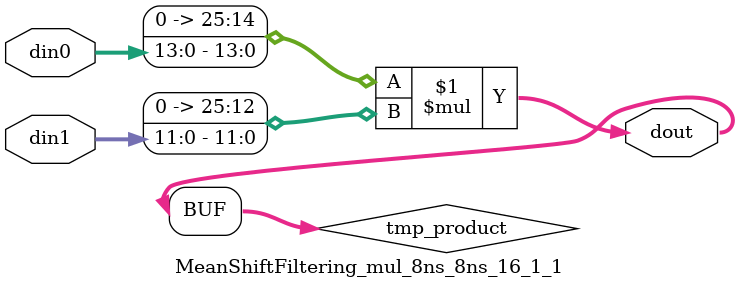
<source format=v>

`timescale 1 ns / 1 ps

  module MeanShiftFiltering_mul_8ns_8ns_16_1_1(din0, din1, dout);
parameter ID = 1;
parameter NUM_STAGE = 0;
parameter din0_WIDTH = 14;
parameter din1_WIDTH = 12;
parameter dout_WIDTH = 26;

input [din0_WIDTH - 1 : 0] din0; 
input [din1_WIDTH - 1 : 0] din1; 
output [dout_WIDTH - 1 : 0] dout;

wire signed [dout_WIDTH - 1 : 0] tmp_product;










assign tmp_product = $signed({1'b0, din0}) * $signed({1'b0, din1});











assign dout = tmp_product;







endmodule

</source>
